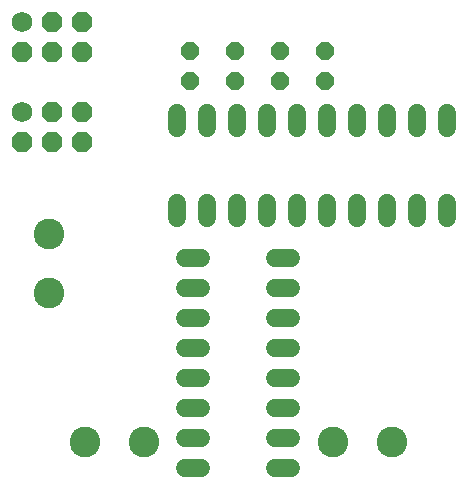
<source format=gbs>
G75*
G70*
%OFA0B0*%
%FSLAX24Y24*%
%IPPOS*%
%LPD*%
%AMOC8*
5,1,8,0,0,1.08239X$1,22.5*
%
%ADD10C,0.1025*%
%ADD11C,0.0600*%
%ADD12C,0.0680*%
%ADD13OC8,0.0680*%
%ADD14OC8,0.0600*%
D10*
X003912Y001957D03*
X005881Y001957D03*
X002727Y006918D03*
X002727Y008887D03*
X012195Y001958D03*
X014163Y001958D03*
D11*
X010782Y002079D02*
X010262Y002079D01*
X010262Y001079D02*
X010782Y001079D01*
X010782Y003079D02*
X010262Y003079D01*
X010262Y004079D02*
X010782Y004079D01*
X010782Y005079D02*
X010262Y005079D01*
X010262Y006079D02*
X010782Y006079D01*
X010782Y007079D02*
X010262Y007079D01*
X010262Y008079D02*
X010782Y008079D01*
X010983Y009412D02*
X010983Y009932D01*
X009983Y009932D02*
X009983Y009412D01*
X008983Y009412D02*
X008983Y009932D01*
X007983Y009932D02*
X007983Y009412D01*
X006983Y009412D02*
X006983Y009932D01*
X007262Y008079D02*
X007782Y008079D01*
X007782Y007079D02*
X007262Y007079D01*
X007262Y006079D02*
X007782Y006079D01*
X007782Y005079D02*
X007262Y005079D01*
X007262Y004079D02*
X007782Y004079D01*
X007782Y003079D02*
X007262Y003079D01*
X007262Y002079D02*
X007782Y002079D01*
X007782Y001079D02*
X007262Y001079D01*
X011983Y009412D02*
X011983Y009932D01*
X012983Y009932D02*
X012983Y009412D01*
X013983Y009412D02*
X013983Y009932D01*
X014983Y009932D02*
X014983Y009412D01*
X015983Y009412D02*
X015983Y009932D01*
X015983Y012412D02*
X015983Y012932D01*
X014983Y012932D02*
X014983Y012412D01*
X013983Y012412D02*
X013983Y012932D01*
X012983Y012932D02*
X012983Y012412D01*
X011983Y012412D02*
X011983Y012932D01*
X010983Y012932D02*
X010983Y012412D01*
X009983Y012412D02*
X009983Y012932D01*
X008983Y012932D02*
X008983Y012412D01*
X007983Y012412D02*
X007983Y012932D01*
X006983Y012932D02*
X006983Y012412D01*
D12*
X001823Y012952D03*
X001823Y015952D03*
D13*
X001823Y014952D03*
X002823Y014952D03*
X002823Y015952D03*
X003823Y015952D03*
X003823Y014952D03*
X003823Y012952D03*
X002823Y012952D03*
X002823Y011952D03*
X003823Y011952D03*
X001823Y011952D03*
D14*
X007423Y013982D03*
X007423Y014982D03*
X008923Y014982D03*
X008923Y013982D03*
X010423Y013982D03*
X010423Y014982D03*
X011923Y014982D03*
X011923Y013982D03*
M02*

</source>
